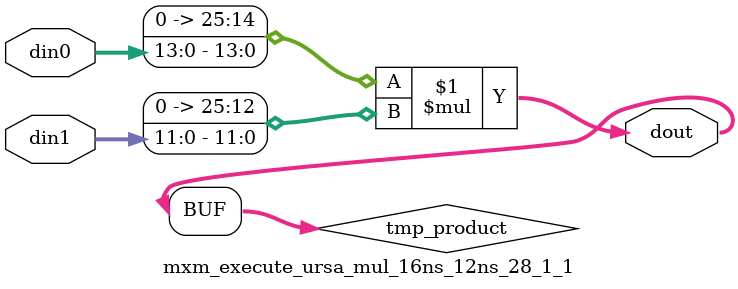
<source format=v>

`timescale 1 ns / 1 ps

  module mxm_execute_ursa_mul_16ns_12ns_28_1_1(din0, din1, dout);
parameter ID = 1;
parameter NUM_STAGE = 0;
parameter din0_WIDTH = 14;
parameter din1_WIDTH = 12;
parameter dout_WIDTH = 26;

input [din0_WIDTH - 1 : 0] din0; 
input [din1_WIDTH - 1 : 0] din1; 
output [dout_WIDTH - 1 : 0] dout;

wire signed [dout_WIDTH - 1 : 0] tmp_product;










assign tmp_product = $signed({1'b0, din0}) * $signed({1'b0, din1});











assign dout = tmp_product;







endmodule

</source>
